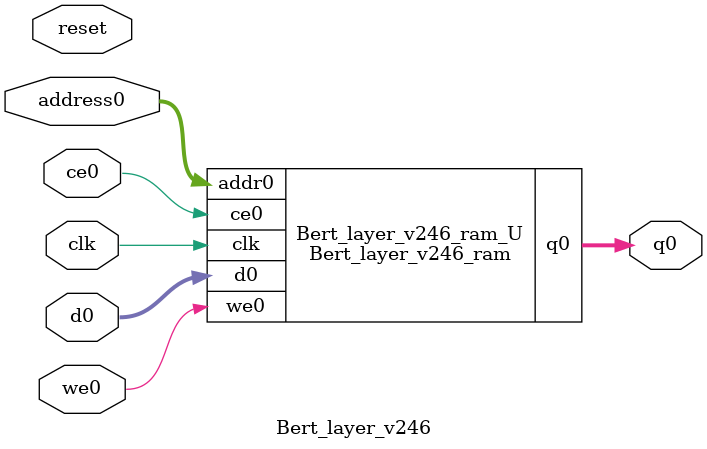
<source format=v>
`timescale 1 ns / 1 ps
module Bert_layer_v246_ram (addr0, ce0, d0, we0, q0,  clk);

parameter DWIDTH = 32;
parameter AWIDTH = 16;
parameter MEM_SIZE = 36864;

input[AWIDTH-1:0] addr0;
input ce0;
input[DWIDTH-1:0] d0;
input we0;
output reg[DWIDTH-1:0] q0;
input clk;

(* ram_style = "block" *)reg [DWIDTH-1:0] ram[0:MEM_SIZE-1];




always @(posedge clk)  
begin 
    if (ce0) begin
        if (we0) 
            ram[addr0] <= d0; 
        q0 <= ram[addr0];
    end
end


endmodule

`timescale 1 ns / 1 ps
module Bert_layer_v246(
    reset,
    clk,
    address0,
    ce0,
    we0,
    d0,
    q0);

parameter DataWidth = 32'd32;
parameter AddressRange = 32'd36864;
parameter AddressWidth = 32'd16;
input reset;
input clk;
input[AddressWidth - 1:0] address0;
input ce0;
input we0;
input[DataWidth - 1:0] d0;
output[DataWidth - 1:0] q0;



Bert_layer_v246_ram Bert_layer_v246_ram_U(
    .clk( clk ),
    .addr0( address0 ),
    .ce0( ce0 ),
    .we0( we0 ),
    .d0( d0 ),
    .q0( q0 ));

endmodule


</source>
